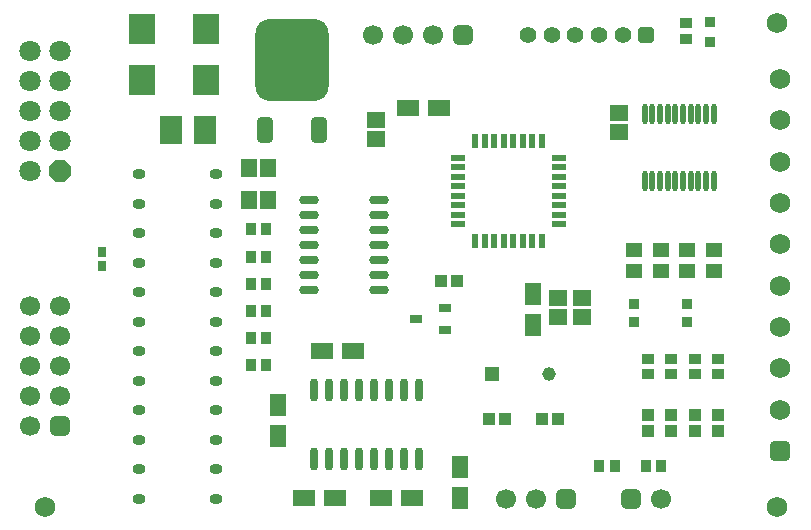
<source format=gts>
G04*
G04 #@! TF.GenerationSoftware,Altium Limited,Altium Designer,21.0.8 (223)*
G04*
G04 Layer_Color=8388736*
%FSLAX24Y24*%
%MOIN*%
G70*
G04*
G04 #@! TF.SameCoordinates,FDC07EFC-1B29-4822-A7E3-1CBBEB92D143*
G04*
G04*
G04 #@! TF.FilePolarity,Negative*
G04*
G01*
G75*
%ADD32R,0.0197X0.0472*%
%ADD33R,0.0472X0.0197*%
%ADD48R,0.0748X0.0917*%
%ADD49R,0.0591X0.0551*%
%ADD50R,0.0394X0.0433*%
%ADD51R,0.0886X0.1004*%
G04:AMPARAMS|DCode=52|XSize=53.9mil|YSize=83.9mil|CornerRadius=12mil|HoleSize=0mil|Usage=FLASHONLY|Rotation=0.000|XOffset=0mil|YOffset=0mil|HoleType=Round|Shape=RoundedRectangle|*
%AMROUNDEDRECTD52*
21,1,0.0539,0.0600,0,0,0.0*
21,1,0.0300,0.0839,0,0,0.0*
1,1,0.0239,0.0150,-0.0300*
1,1,0.0239,-0.0150,-0.0300*
1,1,0.0239,-0.0150,0.0300*
1,1,0.0239,0.0150,0.0300*
%
%ADD52ROUNDEDRECTD52*%
G04:AMPARAMS|DCode=53|XSize=243.9mil|YSize=273.9mil|CornerRadius=50mil|HoleSize=0mil|Usage=FLASHONLY|Rotation=0.000|XOffset=0mil|YOffset=0mil|HoleType=Round|Shape=RoundedRectangle|*
%AMROUNDEDRECTD53*
21,1,0.2439,0.1740,0,0,0.0*
21,1,0.1440,0.2739,0,0,0.0*
1,1,0.0999,0.0720,-0.0870*
1,1,0.0999,-0.0720,-0.0870*
1,1,0.0999,-0.0720,0.0870*
1,1,0.0999,0.0720,0.0870*
%
%ADD53ROUNDEDRECTD53*%
%ADD54R,0.0354X0.0354*%
G04:AMPARAMS|DCode=55|XSize=66.9mil|YSize=27.6mil|CornerRadius=13.8mil|HoleSize=0mil|Usage=FLASHONLY|Rotation=0.000|XOffset=0mil|YOffset=0mil|HoleType=Round|Shape=RoundedRectangle|*
%AMROUNDEDRECTD55*
21,1,0.0669,0.0000,0,0,0.0*
21,1,0.0394,0.0276,0,0,0.0*
1,1,0.0276,0.0197,0.0000*
1,1,0.0276,-0.0197,0.0000*
1,1,0.0276,-0.0197,0.0000*
1,1,0.0276,0.0197,0.0000*
%
%ADD55ROUNDEDRECTD55*%
%ADD56O,0.0276X0.0768*%
%ADD57R,0.0439X0.0259*%
%ADD58R,0.0571X0.0492*%
%ADD59R,0.0748X0.0524*%
%ADD60R,0.0354X0.0354*%
%ADD61O,0.0177X0.0709*%
%ADD62O,0.0433X0.0354*%
%ADD63R,0.0374X0.0413*%
%ADD64R,0.0276X0.0335*%
%ADD65R,0.0413X0.0374*%
%ADD66R,0.0524X0.0748*%
%ADD67R,0.0433X0.0394*%
%ADD68R,0.0551X0.0591*%
%ADD69C,0.0669*%
G04:AMPARAMS|DCode=70|XSize=66.9mil|YSize=66.9mil|CornerRadius=17.7mil|HoleSize=0mil|Usage=FLASHONLY|Rotation=90.000|XOffset=0mil|YOffset=0mil|HoleType=Round|Shape=RoundedRectangle|*
%AMROUNDEDRECTD70*
21,1,0.0669,0.0315,0,0,90.0*
21,1,0.0315,0.0669,0,0,90.0*
1,1,0.0354,0.0157,0.0157*
1,1,0.0354,0.0157,-0.0157*
1,1,0.0354,-0.0157,-0.0157*
1,1,0.0354,-0.0157,0.0157*
%
%ADD70ROUNDEDRECTD70*%
%ADD71C,0.0709*%
%ADD72P,0.0767X8X112.5*%
G04:AMPARAMS|DCode=73|XSize=66.9mil|YSize=66.9mil|CornerRadius=17.7mil|HoleSize=0mil|Usage=FLASHONLY|Rotation=180.000|XOffset=0mil|YOffset=0mil|HoleType=Round|Shape=RoundedRectangle|*
%AMROUNDEDRECTD73*
21,1,0.0669,0.0315,0,0,180.0*
21,1,0.0315,0.0669,0,0,180.0*
1,1,0.0354,-0.0157,0.0157*
1,1,0.0354,0.0157,0.0157*
1,1,0.0354,0.0157,-0.0157*
1,1,0.0354,-0.0157,-0.0157*
%
%ADD73ROUNDEDRECTD73*%
%ADD74C,0.0551*%
G04:AMPARAMS|DCode=75|XSize=55.1mil|YSize=55.1mil|CornerRadius=14.8mil|HoleSize=0mil|Usage=FLASHONLY|Rotation=180.000|XOffset=0mil|YOffset=0mil|HoleType=Round|Shape=RoundedRectangle|*
%AMROUNDEDRECTD75*
21,1,0.0551,0.0256,0,0,180.0*
21,1,0.0256,0.0551,0,0,180.0*
1,1,0.0295,-0.0128,0.0128*
1,1,0.0295,0.0128,0.0128*
1,1,0.0295,0.0128,-0.0128*
1,1,0.0295,-0.0128,-0.0128*
%
%ADD75ROUNDEDRECTD75*%
%ADD76R,0.0453X0.0453*%
%ADD77C,0.0453*%
%ADD78C,0.0689*%
G04:AMPARAMS|DCode=79|XSize=68.9mil|YSize=68.9mil|CornerRadius=18.2mil|HoleSize=0mil|Usage=FLASHONLY|Rotation=90.000|XOffset=0mil|YOffset=0mil|HoleType=Round|Shape=RoundedRectangle|*
%AMROUNDEDRECTD79*
21,1,0.0689,0.0325,0,0,90.0*
21,1,0.0325,0.0689,0,0,90.0*
1,1,0.0364,0.0162,0.0162*
1,1,0.0364,0.0162,-0.0162*
1,1,0.0364,-0.0162,-0.0162*
1,1,0.0364,-0.0162,0.0162*
%
%ADD79ROUNDEDRECTD79*%
D32*
X17106Y9843D02*
D03*
X17421D02*
D03*
X17736D02*
D03*
X18051D02*
D03*
X18366D02*
D03*
X18681D02*
D03*
X18996D02*
D03*
X19311D02*
D03*
Y13189D02*
D03*
X18996D02*
D03*
X18681D02*
D03*
X18366D02*
D03*
X18051D02*
D03*
X17736D02*
D03*
X17421D02*
D03*
X17106D02*
D03*
D33*
X19882Y10413D02*
D03*
Y10728D02*
D03*
Y11043D02*
D03*
Y11358D02*
D03*
Y11673D02*
D03*
Y11988D02*
D03*
Y12303D02*
D03*
Y12618D02*
D03*
X16535D02*
D03*
Y12303D02*
D03*
Y11988D02*
D03*
Y11673D02*
D03*
Y11358D02*
D03*
Y11043D02*
D03*
Y10728D02*
D03*
Y10413D02*
D03*
D48*
X8094Y13543D02*
D03*
X6945D02*
D03*
D49*
X21900Y13484D02*
D03*
Y14114D02*
D03*
X13780Y13268D02*
D03*
Y13898D02*
D03*
X19843Y7953D02*
D03*
Y7323D02*
D03*
X20669D02*
D03*
Y7953D02*
D03*
D50*
X15974Y8524D02*
D03*
X16506D02*
D03*
X17549Y3917D02*
D03*
X18081D02*
D03*
X19852D02*
D03*
X19321D02*
D03*
D51*
X5984Y16909D02*
D03*
Y15217D02*
D03*
X8110D02*
D03*
Y16909D02*
D03*
D52*
X10090Y13543D02*
D03*
X11890D02*
D03*
D53*
X10990Y15893D02*
D03*
D54*
X24921Y16486D02*
D03*
Y17136D02*
D03*
D55*
X13878Y11232D02*
D03*
Y10732D02*
D03*
Y10232D02*
D03*
Y9732D02*
D03*
Y9232D02*
D03*
Y8732D02*
D03*
Y8232D02*
D03*
X11555D02*
D03*
Y8732D02*
D03*
Y9232D02*
D03*
Y9732D02*
D03*
Y10232D02*
D03*
Y10732D02*
D03*
Y11232D02*
D03*
D56*
X15233Y4872D02*
D03*
X14733D02*
D03*
X14233D02*
D03*
X13733D02*
D03*
X13233D02*
D03*
X12733D02*
D03*
X12233D02*
D03*
X11733D02*
D03*
X15233Y2589D02*
D03*
X14733D02*
D03*
X14233D02*
D03*
X13733D02*
D03*
X13233D02*
D03*
X12733D02*
D03*
X12233D02*
D03*
X11733D02*
D03*
D57*
X15120Y7264D02*
D03*
X16100Y7634D02*
D03*
Y6894D02*
D03*
D58*
X23278Y9537D02*
D03*
Y8848D02*
D03*
X25049Y9537D02*
D03*
Y8848D02*
D03*
X24163D02*
D03*
Y9537D02*
D03*
X22392Y8848D02*
D03*
Y9537D02*
D03*
D59*
X15906Y14295D02*
D03*
X14874D02*
D03*
X11984Y6181D02*
D03*
X13016D02*
D03*
X14984Y1280D02*
D03*
X13953D02*
D03*
X12425D02*
D03*
X11394D02*
D03*
D60*
X22402Y7146D02*
D03*
Y7736D02*
D03*
X24173Y7146D02*
D03*
Y7736D02*
D03*
D61*
X22746Y11850D02*
D03*
X23002D02*
D03*
X23258D02*
D03*
X23514D02*
D03*
X23770D02*
D03*
X24026D02*
D03*
X24281D02*
D03*
X24537D02*
D03*
X24793D02*
D03*
X25049D02*
D03*
X22746Y14094D02*
D03*
X23002D02*
D03*
X23258D02*
D03*
X23514D02*
D03*
X23770D02*
D03*
X24026D02*
D03*
X24281D02*
D03*
X24537D02*
D03*
X24793D02*
D03*
X25049D02*
D03*
D62*
X8465Y9126D02*
D03*
Y10126D02*
D03*
X5906Y9126D02*
D03*
Y10126D02*
D03*
X8465Y3220D02*
D03*
Y4220D02*
D03*
X5906Y3220D02*
D03*
Y4220D02*
D03*
X8465Y1252D02*
D03*
Y2252D02*
D03*
X5906Y1252D02*
D03*
Y2252D02*
D03*
X8465Y11094D02*
D03*
Y12094D02*
D03*
X5906Y11094D02*
D03*
Y12094D02*
D03*
X5906Y8157D02*
D03*
Y7157D02*
D03*
X8465Y8157D02*
D03*
Y7157D02*
D03*
X8465Y5189D02*
D03*
Y6189D02*
D03*
X5906Y5189D02*
D03*
Y6189D02*
D03*
D63*
X10138Y8425D02*
D03*
X9626D02*
D03*
X10138Y10236D02*
D03*
X9626D02*
D03*
X10138Y5709D02*
D03*
X9626D02*
D03*
X22776Y2362D02*
D03*
X23287D02*
D03*
X9626Y6614D02*
D03*
X10138D02*
D03*
X21240Y2362D02*
D03*
X21752D02*
D03*
X9626Y9331D02*
D03*
X10138D02*
D03*
Y7520D02*
D03*
X9626D02*
D03*
D64*
X4665Y9478D02*
D03*
Y9026D02*
D03*
D65*
X24134Y17106D02*
D03*
Y16594D02*
D03*
X23632Y5935D02*
D03*
Y5423D02*
D03*
X24419D02*
D03*
Y5935D02*
D03*
X25207D02*
D03*
Y5423D02*
D03*
X22844D02*
D03*
Y5935D02*
D03*
D66*
X16594Y2303D02*
D03*
Y1272D02*
D03*
X10512Y4374D02*
D03*
Y3343D02*
D03*
X19016Y7043D02*
D03*
Y8075D02*
D03*
D67*
X22844Y3533D02*
D03*
Y4065D02*
D03*
X25207Y3533D02*
D03*
Y4065D02*
D03*
X23632Y3533D02*
D03*
Y4065D02*
D03*
X24419Y3533D02*
D03*
Y4065D02*
D03*
D68*
X10197Y12283D02*
D03*
X9567D02*
D03*
X10197Y11220D02*
D03*
X9567D02*
D03*
D69*
X3248Y7701D02*
D03*
Y6701D02*
D03*
X2248Y7701D02*
D03*
Y6701D02*
D03*
X3248Y5701D02*
D03*
X2248D02*
D03*
Y4701D02*
D03*
X3248D02*
D03*
X2248Y3701D02*
D03*
X13697Y16732D02*
D03*
X14697D02*
D03*
X15697D02*
D03*
X19134Y1260D02*
D03*
X18134D02*
D03*
X23295D02*
D03*
D70*
X3248Y3701D02*
D03*
D71*
X2256Y16173D02*
D03*
Y14173D02*
D03*
Y15173D02*
D03*
X3256Y16173D02*
D03*
Y15173D02*
D03*
X2256Y12173D02*
D03*
X3256Y13173D02*
D03*
X2256D02*
D03*
X3256Y14173D02*
D03*
D72*
Y12173D02*
D03*
D73*
X16697Y16732D02*
D03*
X20134Y1260D02*
D03*
X22295D02*
D03*
D74*
X21220Y16732D02*
D03*
X22008D02*
D03*
X20433D02*
D03*
X19646D02*
D03*
X18858D02*
D03*
D75*
X22795D02*
D03*
D76*
X17642Y5413D02*
D03*
D77*
X19563D02*
D03*
D78*
X27274Y15256D02*
D03*
Y13878D02*
D03*
Y12500D02*
D03*
Y8366D02*
D03*
Y4232D02*
D03*
Y5610D02*
D03*
Y6988D02*
D03*
Y9744D02*
D03*
Y11122D02*
D03*
X2756Y984D02*
D03*
X27165D02*
D03*
Y17126D02*
D03*
D79*
X27274Y2854D02*
D03*
M02*

</source>
